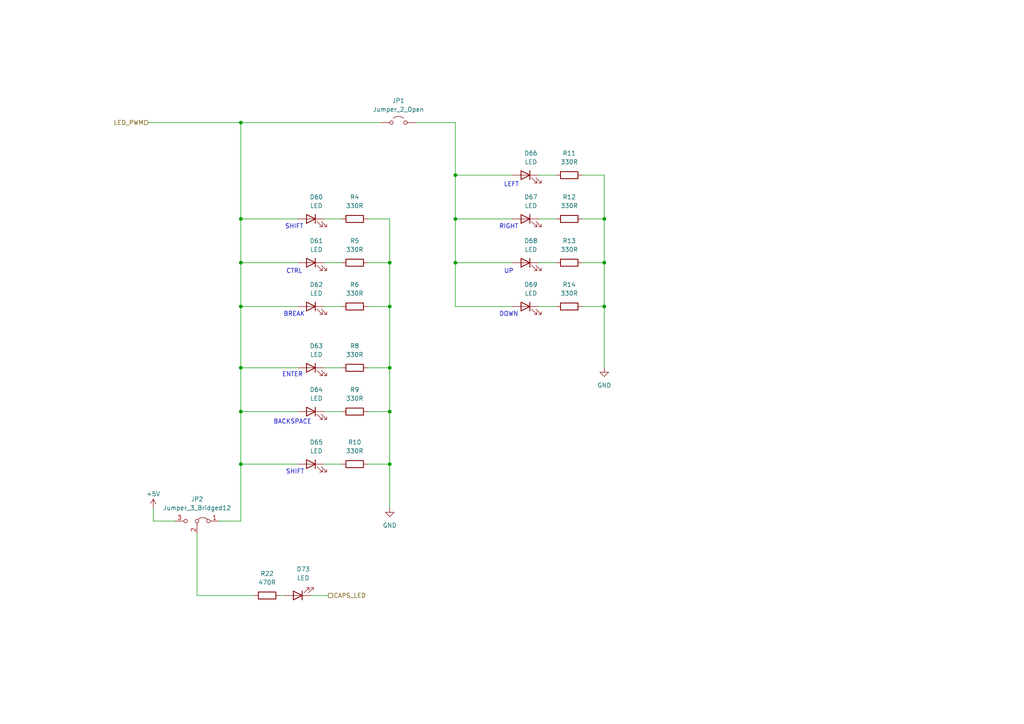
<source format=kicad_sch>
(kicad_sch (version 20250114) (generator "eeschema") (generator_version "9.0")
  (paper "A4")
  (lib_symbols
    (symbol "Device:LED" (pin_numbers (hide yes)) (pin_names (offset 1.016) (hide yes))
      (property "Reference" "D" (at 0 2.54 0))
      (property "Value" "LED" (at 0 -2.54 0))
      (symbol "LED_0_1"
        (polyline (pts (xy -3.048 -0.762) (xy -4.572 -2.286) (xy -3.81 -2.286) (xy -4.572 -2.286) (xy -4.572 -1.524)))
        (polyline (pts (xy -1.778 -0.762) (xy -3.302 -2.286) (xy -2.54 -2.286) (xy -3.302 -2.286) (xy -3.302 -1.524)))
        (polyline (pts (xy -1.27 0) (xy 1.27 0)))
        (polyline (pts (xy -1.27 -1.27) (xy -1.27 1.27)) (stroke (width 0.254)))
        (polyline (pts (xy 1.27 -1.27) (xy 1.27 1.27) (xy -1.27 0) (xy 1.27 -1.27)) (stroke (width 0.254)))
      )
      (symbol "LED_1_1"
        (pin passive line (at -3.81 0 0) (length 2.54) (name "K") (number "1"))
        (pin passive line (at 3.81 0 180) (length 2.54) (name "A") (number "2"))
      )
    )
    (symbol "Device:R" (pin_numbers (hide yes)) (pin_names (offset 0))
      (property "Reference" "R" (at 2.032 0 90))
      (property "Value" "R" (at 0 0 90))
      (symbol "R_0_1"
        (rectangle (start -1.016 -2.54) (end 1.016 2.54) (stroke (width 0.254)))
      )
      (symbol "R_1_1"
        (pin passive line (at 0 3.81 270) (length 1.27) (name "~") (number "1"))
        (pin passive line (at 0 -3.81 90) (length 1.27) (name "~") (number "2"))
      )
    )
    (symbol "Jumper:Jumper_2_Open" (pin_numbers (hide yes)) (pin_names (offset 0) (hide yes))
      (property "Reference" "JP" (at 0 2.794 0))
      (property "Value" "Jumper_2_Open" (at 0 -2.286 0))
      (symbol "Jumper_2_Open_0_0"
        (circle (center -2.032 0) (radius 0.508))
        (circle (center 2.032 0) (radius 0.508))
      )
      (symbol "Jumper_2_Open_0_1"
        (arc (start -1.524 1.27) (mid 0 1.778) (end 1.524 1.27))
      )
      (symbol "Jumper_2_Open_1_1"
        (pin passive line (at -5.08 0 0) (length 2.54) (name "A") (number "1"))
        (pin passive line (at 5.08 0 180) (length 2.54) (name "B") (number "2"))
      )
    )
    (symbol "Jumper:Jumper_3_Bridged12" (pin_names (offset 0) (hide yes)) (in_bom no)
      (property "Reference" "JP" (at -2.54 -2.54 0))
      (property "Value" "Jumper_3_Bridged12" (at 0 2.794 0))
      (symbol "Jumper_3_Bridged12_0_0"
        (circle (center -3.302 0) (radius 0.508))
        (circle (center 0 0) (radius 0.508))
        (circle (center 3.302 0) (radius 0.508))
      )
      (symbol "Jumper_3_Bridged12_0_1"
        (arc (start -3.048 0.508) (mid -1.651 0.9912) (end -0.254 0.508))
        (polyline (pts (xy 0 -1.27) (xy 0 -0.508)))
      )
      (symbol "Jumper_3_Bridged12_1_1"
        (pin passive line (at -6.35 0 0) (length 2.54) (name "A") (number "1"))
        (pin passive line (at 0 -3.81 90) (length 2.54) (name "C") (number "2"))
        (pin passive line (at 6.35 0 180) (length 2.54) (name "B") (number "3"))
      )
    )
    (symbol "power:+5V" (power) (pin_names (offset 0))
      (property "Value" "+5V" (at 0 3.556 0))
      (symbol "+5V_0_1"
        (polyline (pts (xy -0.762 1.27) (xy 0 2.54)))
        (polyline (pts (xy 0 2.54) (xy 0.762 1.27)))
        (polyline (pts (xy 0 0) (xy 0 2.54)))
      )
      (symbol "+5V_1_1"
        (pin power_in line (at 0 0 90) (length 0) (hide yes) (name "+5V") (number "1"))
      )
    )
    (symbol "power:GND" (power) (pin_numbers (hide yes)) (pin_names (offset 0) (hide yes))
      (property "Value" "GND" (at 0 -3.81 0))
      (symbol "GND_0_1"
        (polyline (pts (xy 0 0) (xy 0 -1.27) (xy 1.27 -1.27) (xy 0 -2.54) (xy -1.27 -1.27) (xy 0 -1.27)))
      )
      (symbol "GND_1_1"
        (pin power_in line (at 0 0 270) (length 0) (name "~") (number "1"))
      )
    )
  )
  (text "BREAK" (at 85.344 91.186 0) (effects (font (size 1.27 1.27))))
  (text "SHIFT\n" (at 85.344 65.786 0) (effects (font (size 1.27 1.27))))
  (text "DOWN\n" (at 147.574 91.186 0) (effects (font (size 1.27 1.27))))
  (text "SHIFT\n" (at 85.598 136.906 0) (effects (font (size 1.27 1.27))))
  (text "UP" (at 147.574 78.74 0) (effects (font (size 1.27 1.27))))
  (text "CTRL" (at 85.344 78.74 0) (effects (font (size 1.27 1.27))))
  (text "LEFT\n" (at 148.336 53.594 0) (effects (font (size 1.27 1.27))))
  (text "RIGHT" (at 147.574 65.786 0) (effects (font (size 1.27 1.27))))
  (text "BACKSPACE" (at 84.836 122.428 0) (effects (font (size 1.27 1.27))))
  (text "ENTER" (at 84.836 108.712 0) (effects (font (size 1.27 1.27))))
  (junction (at 69.85 119.38))
  (junction (at 69.85 106.68))
  (junction (at 175.26 76.2))
  (junction (at 113.03 106.68))
  (junction (at 132.08 76.2))
  (junction (at 69.85 76.2))
  (junction (at 175.26 88.9))
  (junction (at 113.03 134.62))
  (junction (at 132.08 50.8))
  (junction (at 175.26 63.5))
  (junction (at 132.08 63.5))
  (junction (at 113.03 88.9))
  (junction (at 113.03 76.2))
  (junction (at 69.85 35.56))
  (junction (at 113.03 119.38))
  (junction (at 69.85 134.62))
  (junction (at 69.85 88.9))
  (junction (at 69.85 63.5))
  (wire (pts (xy 175.26 88.9) (xy 168.91 88.9)))
  (wire (pts (xy 175.26 63.5) (xy 175.26 50.8)))
  (wire (pts (xy 57.15 172.72) (xy 73.66 172.72)))
  (wire (pts (xy 69.85 35.56) (xy 69.85 63.5)))
  (wire (pts (xy 69.85 76.2) (xy 86.36 76.2)))
  (wire (pts (xy 175.26 50.8) (xy 168.91 50.8)))
  (wire (pts (xy 82.55 172.72) (xy 81.28 172.72)))
  (wire (pts (xy 113.03 119.38) (xy 106.68 119.38)))
  (wire (pts (xy 113.03 76.2) (xy 113.03 63.5)))
  (wire (pts (xy 69.85 106.68) (xy 86.36 106.68)))
  (wire (pts (xy 156.21 50.8) (xy 161.29 50.8)))
  (wire (pts (xy 69.85 88.9) (xy 69.85 76.2)))
  (wire (pts (xy 93.98 119.38) (xy 99.06 119.38)))
  (wire (pts (xy 93.98 88.9) (xy 99.06 88.9)))
  (wire (pts (xy 63.5 151.13) (xy 69.85 151.13)))
  (wire (pts (xy 57.15 172.72) (xy 57.15 154.94)))
  (wire (pts (xy 113.03 88.9) (xy 113.03 76.2)))
  (wire (pts (xy 175.26 88.9) (xy 175.26 76.2)))
  (wire (pts (xy 50.8 151.13) (xy 44.45 151.13)))
  (wire (pts (xy 132.08 88.9) (xy 148.59 88.9)))
  (wire (pts (xy 69.85 119.38) (xy 69.85 106.68)))
  (wire (pts (xy 132.08 63.5) (xy 148.59 63.5)))
  (wire (pts (xy 113.03 106.68) (xy 106.68 106.68)))
  (wire (pts (xy 69.85 88.9) (xy 86.36 88.9)))
  (wire (pts (xy 132.08 76.2) (xy 148.59 76.2)))
  (wire (pts (xy 93.98 106.68) (xy 99.06 106.68)))
  (wire (pts (xy 156.21 76.2) (xy 161.29 76.2)))
  (wire (pts (xy 132.08 76.2) (xy 132.08 63.5)))
  (wire (pts (xy 113.03 134.62) (xy 106.68 134.62)))
  (wire (pts (xy 93.98 76.2) (xy 99.06 76.2)))
  (wire (pts (xy 69.85 35.56) (xy 110.49 35.56)))
  (wire (pts (xy 132.08 50.8) (xy 148.59 50.8)))
  (wire (pts (xy 69.85 106.68) (xy 69.85 88.9)))
  (wire (pts (xy 43.18 35.56) (xy 69.85 35.56)))
  (wire (pts (xy 69.85 63.5) (xy 86.36 63.5)))
  (wire (pts (xy 132.08 63.5) (xy 132.08 50.8)))
  (wire (pts (xy 132.08 88.9) (xy 132.08 76.2)))
  (wire (pts (xy 156.21 63.5) (xy 161.29 63.5)))
  (wire (pts (xy 113.03 134.62) (xy 113.03 119.38)))
  (wire (pts (xy 69.85 134.62) (xy 69.85 119.38)))
  (wire (pts (xy 175.26 76.2) (xy 175.26 63.5)))
  (wire (pts (xy 113.03 106.68) (xy 113.03 88.9)))
  (wire (pts (xy 69.85 119.38) (xy 86.36 119.38)))
  (wire (pts (xy 86.36 134.62) (xy 69.85 134.62)))
  (wire (pts (xy 93.98 63.5) (xy 99.06 63.5)))
  (wire (pts (xy 113.03 88.9) (xy 106.68 88.9)))
  (wire (pts (xy 113.03 63.5) (xy 106.68 63.5)))
  (wire (pts (xy 113.03 147.32) (xy 113.03 134.62)))
  (wire (pts (xy 175.26 106.68) (xy 175.26 88.9)))
  (wire (pts (xy 69.85 76.2) (xy 69.85 63.5)))
  (wire (pts (xy 113.03 119.38) (xy 113.03 106.68)))
  (wire (pts (xy 175.26 76.2) (xy 168.91 76.2)))
  (wire (pts (xy 156.21 88.9) (xy 161.29 88.9)))
  (wire (pts (xy 132.08 50.8) (xy 132.08 35.56)))
  (wire (pts (xy 93.98 134.62) (xy 99.06 134.62)))
  (wire (pts (xy 175.26 63.5) (xy 168.91 63.5)))
  (wire (pts (xy 69.85 151.13) (xy 69.85 134.62)))
  (wire (pts (xy 120.65 35.56) (xy 132.08 35.56)))
  (wire (pts (xy 44.45 151.13) (xy 44.45 147.32)))
  (wire (pts (xy 90.17 172.72) (xy 95.25 172.72)))
  (wire (pts (xy 113.03 76.2) (xy 106.68 76.2)))
  (hierarchical_label "LED_PWM" (shape input) (at 43.18 35.56 180))
  (hierarchical_label "CAPS_LED" (shape passive) (at 95.25 172.72 0))
  (symbol (lib_id "power:GND") (at 113.03 147.32 0) (unit 1)
    (property "Reference" "#PWR03" (effects (hide yes)))
    (property "Value" "GND" (at 113.03 152.4 0))
    (property "Description" "Power symbol creates a global label with name \"GND\" , ground" (effects (hide yes)))
  )
  (symbol (lib_id "Device:R") (at 165.1 50.8 270) (unit 1)
    (property "Reference" "R11" (at 165.1 44.45 90))
    (property "Value" "330R" (at 165.1 46.99 90))
    (property "Footprint" "Resistor_SMD:R_0603_1608Metric_Pad0.98x0.95mm_HandSolder" (effects (hide yes)))
    (property "LCSC" "DNF" (effects (hide yes)))
  )
  (symbol (lib_id "Device:R") (at 77.47 172.72 90) (mirror x) (unit 1)
    (property "Reference" "R22" (at 77.47 166.37 90))
    (property "Value" "470R" (at 77.47 168.91 90))
    (property "Footprint" "Resistor_SMD:R_0603_1608Metric_Pad0.98x0.95mm_HandSolder" (effects (hide yes)))
    (property "LCSC" "DNF" (effects (hide yes)))
  )
  (symbol (lib_id "Device:LED") (at 90.17 106.68 0) (mirror y) (unit 1)
    (property "Reference" "D63" (at 91.7575 100.33 0))
    (property "Value" "LED" (at 91.7575 102.87 0))
    (property "Footprint" "LED_SMD:LED_0603_1608Metric" (effects (hide yes)))
    (property "Description" "Light emitting diode" (effects (hide yes)))
    (property "Sim.Pins" "1=K 2=A" (effects (hide yes)))
    (property "LCSC" "C3030991" (effects (hide yes)))
  )
  (symbol (lib_id "Device:R") (at 165.1 63.5 270) (unit 1)
    (property "Reference" "R12" (at 165.1 57.15 90))
    (property "Value" "330R" (at 165.1 59.69 90))
    (property "Footprint" "Resistor_SMD:R_0603_1608Metric_Pad0.98x0.95mm_HandSolder" (effects (hide yes)))
    (property "LCSC" "DNF" (effects (hide yes)))
  )
  (symbol (lib_id "Jumper:Jumper_2_Open") (at 115.57 35.56 0) (unit 1)
    (property "Reference" "JP1" (at 115.57 29.21 0))
    (property "Value" "Jumper_2_Open" (at 115.57 31.75 0))
    (property "Footprint" "Jumpers:SolderJumper-2_P1.3mm_Open_TrianglePad1.0x1.5mm" (effects (hide yes)))
    (property "Description" "Jumper, 2-pole, open" (effects (hide yes)))
    (property "LCSC" "DNF" (effects (hide yes)))
  )
  (symbol (lib_id "Device:LED") (at 152.4 76.2 0) (mirror y) (unit 1)
    (property "Reference" "D68" (at 153.9875 69.85 0))
    (property "Value" "LED" (at 153.9875 72.39 0))
    (property "Footprint" "LED_SMD:LED_0603_1608Metric" (effects (hide yes)))
    (property "Description" "Light emitting diode" (effects (hide yes)))
    (property "Sim.Pins" "1=K 2=A" (effects (hide yes)))
    (property "LCSC" "C3030991" (effects (hide yes)))
  )
  (symbol (lib_id "power:+5V") (at 44.45 147.32 0) (unit 1)
    (property "Reference" "#PWR014" (effects (hide yes)))
    (property "Value" "+5V" (at 44.45 143.256 0))
  )
  (symbol (lib_id "Device:R") (at 165.1 76.2 270) (unit 1)
    (property "Reference" "R13" (at 165.1 69.85 90))
    (property "Value" "330R" (at 165.1 72.39 90))
    (property "Footprint" "Resistor_SMD:R_0603_1608Metric_Pad0.98x0.95mm_HandSolder" (effects (hide yes)))
    (property "LCSC" "DNF" (effects (hide yes)))
  )
  (symbol (lib_id "Device:LED") (at 152.4 50.8 0) (mirror y) (unit 1)
    (property "Reference" "D66" (at 153.9875 44.45 0))
    (property "Value" "LED" (at 153.9875 46.99 0))
    (property "Footprint" "LED_SMD:LED_0603_1608Metric" (effects (hide yes)))
    (property "Description" "Light emitting diode" (effects (hide yes)))
    (property "Sim.Pins" "1=K 2=A" (effects (hide yes)))
    (property "LCSC" "C3030991" (effects (hide yes)))
  )
  (symbol (lib_id "Device:LED") (at 152.4 63.5 0) (mirror y) (unit 1)
    (property "Reference" "D67" (at 153.9875 57.15 0))
    (property "Value" "LED" (at 153.9875 59.69 0))
    (property "Footprint" "LED_SMD:LED_0603_1608Metric" (effects (hide yes)))
    (property "Description" "Light emitting diode" (effects (hide yes)))
    (property "Sim.Pins" "1=K 2=A" (effects (hide yes)))
    (property "LCSC" "C3030991" (effects (hide yes)))
  )
  (symbol (lib_id "Device:LED") (at 90.17 134.62 0) (mirror y) (unit 1)
    (property "Reference" "D65" (at 91.7575 128.27 0))
    (property "Value" "LED" (at 91.7575 130.81 0))
    (property "Footprint" "LED_SMD:LED_0603_1608Metric" (effects (hide yes)))
    (property "Description" "Light emitting diode" (effects (hide yes)))
    (property "Sim.Pins" "1=K 2=A" (effects (hide yes)))
    (property "LCSC" "C3030991" (effects (hide yes)))
  )
  (symbol (lib_id "Device:LED") (at 86.36 172.72 180) (unit 1)
    (property "Reference" "D73" (at 87.9475 165.1 0))
    (property "Value" "LED" (at 87.9475 167.64 0))
    (property "Footprint" "LED_THT:LED_D5.0mm" (effects (hide yes)))
    (property "LCSC" "DNF" (effects (hide yes)))
  )
  (symbol (lib_id "Device:LED") (at 90.17 119.38 0) (mirror y) (unit 1)
    (property "Reference" "D64" (at 91.7575 113.03 0))
    (property "Value" "LED" (at 91.7575 115.57 0))
    (property "Footprint" "LED_SMD:LED_0603_1608Metric" (effects (hide yes)))
    (property "Description" "Light emitting diode" (effects (hide yes)))
    (property "Sim.Pins" "1=K 2=A" (effects (hide yes)))
    (property "LCSC" "C3030991" (effects (hide yes)))
  )
  (symbol (lib_id "Device:LED") (at 90.17 63.5 0) (mirror y) (unit 1)
    (property "Reference" "D60" (at 91.7575 57.15 0))
    (property "Value" "LED" (at 91.7575 59.69 0))
    (property "Footprint" "LED_SMD:LED_0603_1608Metric" (effects (hide yes)))
    (property "Description" "Light emitting diode" (effects (hide yes)))
    (property "Sim.Pins" "1=K 2=A" (effects (hide yes)))
    (property "LCSC" "C3030991" (effects (hide yes)))
  )
  (symbol (lib_id "Device:LED") (at 90.17 76.2 0) (mirror y) (unit 1)
    (property "Reference" "D61" (at 91.7575 69.85 0))
    (property "Value" "LED" (at 91.7575 72.39 0))
    (property "Footprint" "LED_SMD:LED_0603_1608Metric" (effects (hide yes)))
    (property "Description" "Light emitting diode" (effects (hide yes)))
    (property "Sim.Pins" "1=K 2=A" (effects (hide yes)))
    (property "LCSC" "C3030991" (effects (hide yes)))
  )
  (symbol (lib_id "Device:R") (at 102.87 119.38 270) (unit 1)
    (property "Reference" "R9" (at 102.87 113.03 90))
    (property "Value" "330R" (at 102.87 115.57 90))
    (property "Footprint" "Resistor_SMD:R_0603_1608Metric_Pad0.98x0.95mm_HandSolder" (effects (hide yes)))
    (property "LCSC" "DNF" (effects (hide yes)))
  )
  (symbol (lib_id "Device:R") (at 102.87 134.62 270) (unit 1)
    (property "Reference" "R10" (at 102.87 128.27 90))
    (property "Value" "330R" (at 102.87 130.81 90))
    (property "Footprint" "Resistor_SMD:R_0603_1608Metric_Pad0.98x0.95mm_HandSolder" (effects (hide yes)))
    (property "LCSC" "DNF" (effects (hide yes)))
  )
  (symbol (lib_id "Device:R") (at 102.87 76.2 270) (unit 1)
    (property "Reference" "R5" (at 102.87 69.85 90))
    (property "Value" "330R" (at 102.87 72.39 90))
    (property "Footprint" "Resistor_SMD:R_0603_1608Metric_Pad0.98x0.95mm_HandSolder" (effects (hide yes)))
    (property "LCSC" "DNF" (effects (hide yes)))
  )
  (symbol (lib_id "Device:R") (at 102.87 88.9 270) (unit 1)
    (property "Reference" "R6" (at 102.87 82.55 90))
    (property "Value" "330R" (at 102.87 85.09 90))
    (property "Footprint" "Resistor_SMD:R_0603_1608Metric_Pad0.98x0.95mm_HandSolder" (effects (hide yes)))
    (property "LCSC" "DNF" (effects (hide yes)))
  )
  (symbol (lib_id "Device:LED") (at 90.17 88.9 0) (mirror y) (unit 1)
    (property "Reference" "D62" (at 91.7575 82.55 0))
    (property "Value" "LED" (at 91.7575 85.09 0))
    (property "Footprint" "LED_SMD:LED_0603_1608Metric" (effects (hide yes)))
    (property "Description" "Light emitting diode" (effects (hide yes)))
    (property "Sim.Pins" "1=K 2=A" (effects (hide yes)))
    (property "LCSC" "C3030991" (effects (hide yes)))
  )
  (symbol (lib_id "Device:R") (at 102.87 106.68 270) (unit 1)
    (property "Reference" "R8" (at 102.87 100.33 90))
    (property "Value" "330R" (at 102.87 102.87 90))
    (property "Footprint" "Resistor_SMD:R_0603_1608Metric_Pad0.98x0.95mm_HandSolder" (effects (hide yes)))
    (property "LCSC" "DNF" (effects (hide yes)))
  )
  (symbol (lib_id "Device:LED") (at 152.4 88.9 0) (mirror y) (unit 1)
    (property "Reference" "D69" (at 153.9875 82.55 0))
    (property "Value" "LED" (at 153.9875 85.09 0))
    (property "Footprint" "LED_SMD:LED_0603_1608Metric" (effects (hide yes)))
    (property "Description" "Light emitting diode" (effects (hide yes)))
    (property "Sim.Pins" "1=K 2=A" (effects (hide yes)))
    (property "LCSC" "C3030991" (effects (hide yes)))
  )
  (symbol (lib_id "Device:R") (at 102.87 63.5 270) (unit 1)
    (property "Reference" "R4" (at 102.87 57.15 90))
    (property "Value" "330R" (at 102.87 59.69 90))
    (property "Footprint" "Resistor_SMD:R_0603_1608Metric_Pad0.98x0.95mm_HandSolder" (effects (hide yes)))
    (property "LCSC" "DNF" (effects (hide yes)))
  )
  (symbol (lib_id "Jumper:Jumper_3_Bridged12") (at 57.15 151.13 0) (mirror y) (unit 1) (in_bom no)
    (property "Reference" "JP2" (at 57.15 144.78 0))
    (property "Value" "Jumper_3_Bridged12" (at 57.15 147.32 0))
    (property "Footprint" "Jumper:SolderJumper-3_P1.3mm_Bridged2Bar12_RoundedPad1.0x1.5mm" (effects (hide yes)))
    (property "Description" "Jumper, 3-pole, pins 1+2 closed/bridged" (effects (hide yes)))
  )
  (symbol (lib_id "Device:R") (at 165.1 88.9 270) (unit 1)
    (property "Reference" "R14" (at 165.1 82.55 90))
    (property "Value" "330R" (at 165.1 85.09 90))
    (property "Footprint" "Resistor_SMD:R_0603_1608Metric_Pad0.98x0.95mm_HandSolder" (effects (hide yes)))
    (property "LCSC" "DNF" (effects (hide yes)))
  )
  (symbol (lib_id "power:GND") (at 175.26 106.68 0) (unit 1)
    (property "Reference" "#PWR07" (effects (hide yes)))
    (property "Value" "GND" (at 175.26 111.76 0))
    (property "Description" "Power symbol creates a global label with name \"GND\" , ground" (effects (hide yes)))
  )
)
</source>
